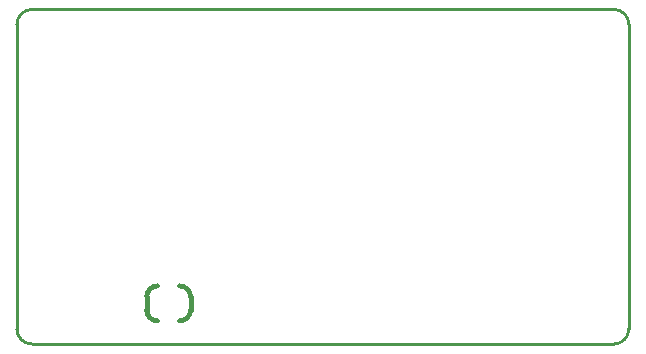
<source format=gko>
G04*
G04 #@! TF.GenerationSoftware,Altium Limited,Altium Designer,23.0.1 (38)*
G04*
G04 Layer_Color=16711935*
%FSLAX44Y44*%
%MOMM*%
G71*
G04*
G04 #@! TF.SameCoordinates,AA057BD2-FAE9-475E-A33E-1B252B641246*
G04*
G04*
G04 #@! TF.FilePolarity,Positive*
G04*
G01*
G75*
%ADD12C,0.2540*%
%ADD88C,0.3810*%
D12*
X518160Y271780D02*
G03*
X505460Y284480I-12700J0D01*
G01*
Y1180D02*
G03*
X518160Y13880I0J12700D01*
G01*
X12700Y284480D02*
G03*
X0Y271780I0J-12700D01*
G01*
Y13880D02*
G03*
X12700Y1180I12700J0D01*
G01*
X0Y13970D02*
Y271780D01*
X12700Y1180D02*
X505460Y1180D01*
X12700Y284480D02*
X505460Y284480D01*
X518160Y13970D02*
Y271780D01*
D88*
X109914Y29972D02*
G03*
X119058Y20828I9144J0D01*
G01*
Y50411D02*
G03*
X109914Y41267I0J-9144D01*
G01*
X137857Y20828D02*
G03*
X147001Y29972I0J9144D01*
G01*
Y41267D02*
G03*
X137857Y50411I-9144J0D01*
G01*
X109914Y29972D02*
Y41279D01*
X147001Y29972D02*
Y41279D01*
M02*

</source>
